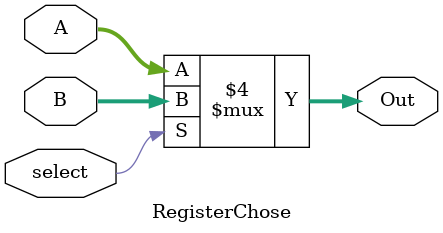
<source format=v>
module BusChose(Out,A,B,select);
output reg [31:0] Out;
input[31:0] A,B;
input select;


always @(*)
begin
    if(select == 0)
        Out = A;
    else
        Out = B; 
end

endmodule 

module RegisterChose(Out,A,B,select);
output reg [5:0] Out;
input[5:0] A,B;
input select;


always @(*)
begin
    if(select == 0)
        Out = A;
    else
        Out = B; 
end

endmodule 


</source>
